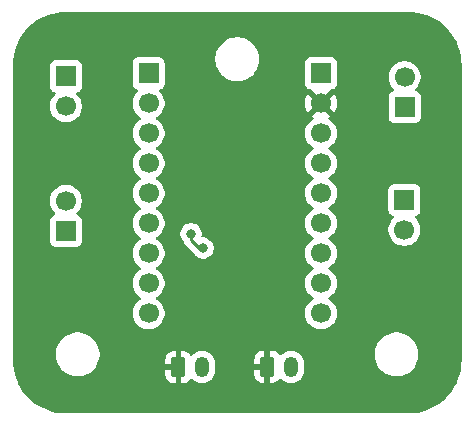
<source format=gbr>
%TF.GenerationSoftware,KiCad,Pcbnew,9.0.4*%
%TF.CreationDate,2025-10-07T14:12:27+03:00*%
%TF.ProjectId,XIaoShield,5849616f-5368-4696-956c-642e6b696361,rev?*%
%TF.SameCoordinates,Original*%
%TF.FileFunction,Copper,L2,Bot*%
%TF.FilePolarity,Positive*%
%FSLAX46Y46*%
G04 Gerber Fmt 4.6, Leading zero omitted, Abs format (unit mm)*
G04 Created by KiCad (PCBNEW 9.0.4) date 2025-10-07 14:12:27*
%MOMM*%
%LPD*%
G01*
G04 APERTURE LIST*
G04 Aperture macros list*
%AMRoundRect*
0 Rectangle with rounded corners*
0 $1 Rounding radius*
0 $2 $3 $4 $5 $6 $7 $8 $9 X,Y pos of 4 corners*
0 Add a 4 corners polygon primitive as box body*
4,1,4,$2,$3,$4,$5,$6,$7,$8,$9,$2,$3,0*
0 Add four circle primitives for the rounded corners*
1,1,$1+$1,$2,$3*
1,1,$1+$1,$4,$5*
1,1,$1+$1,$6,$7*
1,1,$1+$1,$8,$9*
0 Add four rect primitives between the rounded corners*
20,1,$1+$1,$2,$3,$4,$5,0*
20,1,$1+$1,$4,$5,$6,$7,0*
20,1,$1+$1,$6,$7,$8,$9,0*
20,1,$1+$1,$8,$9,$2,$3,0*%
G04 Aperture macros list end*
%TA.AperFunction,ComponentPad*%
%ADD10R,1.700000X1.700000*%
%TD*%
%TA.AperFunction,ComponentPad*%
%ADD11C,1.700000*%
%TD*%
%TA.AperFunction,ComponentPad*%
%ADD12RoundRect,0.250000X-0.350000X-0.625000X0.350000X-0.625000X0.350000X0.625000X-0.350000X0.625000X0*%
%TD*%
%TA.AperFunction,ComponentPad*%
%ADD13O,1.200000X1.750000*%
%TD*%
%TA.AperFunction,ViaPad*%
%ADD14C,0.800000*%
%TD*%
%TA.AperFunction,Conductor*%
%ADD15C,0.250000*%
%TD*%
G04 APERTURE END LIST*
D10*
%TO.P,J6,1,Pin_1*%
%TO.N,VBAT*%
X182660000Y-67920000D03*
D11*
%TO.P,J6,2,Pin_2*%
%TO.N,Net-(D4-A)*%
X182660000Y-70460000D03*
%TD*%
D12*
%TO.P,J7,1,Pin_1*%
%TO.N,GND*%
X163530000Y-82080000D03*
D13*
%TO.P,J7,2,Pin_2*%
%TO.N,VBAT*%
X165530000Y-82080000D03*
%TD*%
D10*
%TO.P,J8,1,Pin_1*%
%TO.N,unconnected-(J8-Pin_1-Pad1)*%
X161000000Y-57200000D03*
D11*
%TO.P,J8,2,Pin_2*%
%TO.N,unconnected-(J8-Pin_2-Pad2)*%
X161000000Y-59740000D03*
%TO.P,J8,3,Pin_3*%
%TO.N,/BAT_V*%
X161000000Y-62280000D03*
%TO.P,J8,4,Pin_4*%
%TO.N,/M2*%
X161000000Y-64820000D03*
%TO.P,J8,5,Pin_5*%
%TO.N,INT_GYR*%
X161000000Y-67360000D03*
%TO.P,J8,6,Pin_6*%
%TO.N,IMU_SDA*%
X161000000Y-69900000D03*
%TO.P,J8,7,Pin_7*%
%TO.N,IMU_SCL*%
X161000000Y-72440000D03*
%TO.P,J8,8,Pin_8*%
%TO.N,/M3*%
X161000000Y-74980000D03*
%TO.P,J8,9,Pin_9*%
%TO.N,unconnected-(J8-Pin_9-Pad9)*%
X161000000Y-77520000D03*
%TD*%
D10*
%TO.P,J5,1,Pin_1*%
%TO.N,unconnected-(J5-Pin_1-Pad1)*%
X175600000Y-57200000D03*
D11*
%TO.P,J5,2,Pin_2*%
%TO.N,GND*%
X175600000Y-59740000D03*
%TO.P,J5,3,Pin_3*%
%TO.N,VCC*%
X175600000Y-62280000D03*
%TO.P,J5,4,Pin_4*%
%TO.N,/M1*%
X175600000Y-64820000D03*
%TO.P,J5,5,Pin_5*%
%TO.N,unconnected-(J5-Pin_5-Pad5)*%
X175600000Y-67360000D03*
%TO.P,J5,6,Pin_6*%
%TO.N,unconnected-(J5-Pin_6-Pad6)*%
X175600000Y-69900000D03*
%TO.P,J5,7,Pin_7*%
%TO.N,unconnected-(J5-Pin_7-Pad7)*%
X175600000Y-72440000D03*
%TO.P,J5,8,Pin_8*%
%TO.N,/M4*%
X175600000Y-74980000D03*
%TO.P,J5,9,Pin_9*%
%TO.N,unconnected-(J5-Pin_9-Pad9)*%
X175600000Y-77520000D03*
%TD*%
D10*
%TO.P,J4,1,Pin_1*%
%TO.N,Net-(D3-A)*%
X154000000Y-70540000D03*
D11*
%TO.P,J4,2,Pin_2*%
%TO.N,VBAT*%
X154000000Y-68000000D03*
%TD*%
D10*
%TO.P,J3,1,Pin_1*%
%TO.N,VBAT*%
X154000000Y-57460000D03*
D11*
%TO.P,J3,2,Pin_2*%
%TO.N,Net-(D2-A)*%
X154000000Y-60000000D03*
%TD*%
D10*
%TO.P,J1,1,Pin_1*%
%TO.N,Net-(D1-A)*%
X182680000Y-60070000D03*
D11*
%TO.P,J1,2,Pin_2*%
%TO.N,VBAT*%
X182680000Y-57530000D03*
%TD*%
D12*
%TO.P,J2,1,Pin_1*%
%TO.N,GND*%
X171060000Y-82060000D03*
D13*
%TO.P,J2,2,Pin_2*%
%TO.N,VBAT*%
X173060000Y-82060000D03*
%TD*%
D14*
%TO.N,GND*%
X179400000Y-66400000D03*
X158600000Y-72800000D03*
X163400000Y-67800000D03*
X166200000Y-63600000D03*
X168200000Y-66300000D03*
X158400000Y-61400000D03*
X169900000Y-73900000D03*
X166367653Y-71057653D03*
X178100000Y-76100000D03*
%TO.N,IMU_SDA*%
X165612653Y-72000000D03*
X164587347Y-70787347D03*
%TD*%
D15*
%TO.N,IMU_SDA*%
X165612653Y-72000000D02*
X165300000Y-72000000D01*
X165300000Y-72000000D02*
X164587347Y-71287347D01*
X164587347Y-71287347D02*
X164587347Y-70787347D01*
%TD*%
%TA.AperFunction,Conductor*%
%TO.N,GND*%
G36*
X183002702Y-52000617D02*
G01*
X183386771Y-52017386D01*
X183397506Y-52018326D01*
X183775971Y-52068152D01*
X183786597Y-52070025D01*
X184159284Y-52152648D01*
X184169710Y-52155442D01*
X184533765Y-52270227D01*
X184543911Y-52273920D01*
X184896578Y-52420000D01*
X184906369Y-52424566D01*
X185244942Y-52600816D01*
X185254310Y-52606224D01*
X185576244Y-52811318D01*
X185585105Y-52817523D01*
X185887930Y-53049889D01*
X185896217Y-53056843D01*
X186177635Y-53314715D01*
X186185284Y-53322364D01*
X186443156Y-53603782D01*
X186450110Y-53612069D01*
X186682476Y-53914894D01*
X186688681Y-53923755D01*
X186893775Y-54245689D01*
X186899183Y-54255057D01*
X187075430Y-54593623D01*
X187080002Y-54603427D01*
X187226075Y-54956078D01*
X187229775Y-54966244D01*
X187344554Y-55330278D01*
X187347354Y-55340727D01*
X187429971Y-55713389D01*
X187431849Y-55724042D01*
X187481671Y-56102473D01*
X187482614Y-56113249D01*
X187499382Y-56497297D01*
X187499500Y-56502706D01*
X187499500Y-81497293D01*
X187499382Y-81502702D01*
X187482614Y-81886750D01*
X187481671Y-81897526D01*
X187431849Y-82275957D01*
X187429971Y-82286610D01*
X187347354Y-82659272D01*
X187344554Y-82669721D01*
X187229775Y-83033755D01*
X187226075Y-83043921D01*
X187080002Y-83396572D01*
X187075430Y-83406376D01*
X186899183Y-83744942D01*
X186893775Y-83754310D01*
X186688681Y-84076244D01*
X186682476Y-84085105D01*
X186450110Y-84387930D01*
X186443156Y-84396217D01*
X186185284Y-84677635D01*
X186177635Y-84685284D01*
X185896217Y-84943156D01*
X185887930Y-84950110D01*
X185585105Y-85182476D01*
X185576244Y-85188681D01*
X185254310Y-85393775D01*
X185244942Y-85399183D01*
X184906376Y-85575430D01*
X184896572Y-85580002D01*
X184543921Y-85726075D01*
X184533755Y-85729775D01*
X184169721Y-85844554D01*
X184159272Y-85847354D01*
X183786610Y-85929971D01*
X183775957Y-85931849D01*
X183397526Y-85981671D01*
X183386750Y-85982614D01*
X183002703Y-85999382D01*
X182997294Y-85999500D01*
X154002706Y-85999500D01*
X153997297Y-85999382D01*
X153613249Y-85982614D01*
X153602473Y-85981671D01*
X153224042Y-85931849D01*
X153213389Y-85929971D01*
X152840727Y-85847354D01*
X152830278Y-85844554D01*
X152466244Y-85729775D01*
X152456078Y-85726075D01*
X152103427Y-85580002D01*
X152093623Y-85575430D01*
X151755057Y-85399183D01*
X151745689Y-85393775D01*
X151423755Y-85188681D01*
X151414894Y-85182476D01*
X151112069Y-84950110D01*
X151103782Y-84943156D01*
X150822364Y-84685284D01*
X150814715Y-84677635D01*
X150556843Y-84396217D01*
X150549889Y-84387930D01*
X150317523Y-84085105D01*
X150311318Y-84076244D01*
X150106224Y-83754310D01*
X150100816Y-83744942D01*
X149973924Y-83501185D01*
X149924566Y-83406369D01*
X149919997Y-83396572D01*
X149902724Y-83354871D01*
X149773920Y-83043911D01*
X149770224Y-83033755D01*
X149655442Y-82669710D01*
X149652648Y-82659284D01*
X149570025Y-82286597D01*
X149568152Y-82275971D01*
X149518326Y-81897506D01*
X149517386Y-81886771D01*
X149500618Y-81502702D01*
X149500500Y-81497293D01*
X149500500Y-80878711D01*
X153149500Y-80878711D01*
X153149500Y-81121288D01*
X153173330Y-81302302D01*
X153181162Y-81361789D01*
X153181367Y-81362555D01*
X153243947Y-81596104D01*
X153332546Y-81810000D01*
X153336776Y-81820212D01*
X153458064Y-82030289D01*
X153458066Y-82030292D01*
X153458067Y-82030293D01*
X153605733Y-82222736D01*
X153605739Y-82222743D01*
X153777256Y-82394260D01*
X153777263Y-82394266D01*
X153890321Y-82481018D01*
X153969711Y-82541936D01*
X154179788Y-82663224D01*
X154353037Y-82734986D01*
X154401321Y-82754986D01*
X154403900Y-82756054D01*
X154638211Y-82818838D01*
X154781462Y-82837697D01*
X154878711Y-82850500D01*
X154878712Y-82850500D01*
X155121289Y-82850500D01*
X155169388Y-82844167D01*
X155361789Y-82818838D01*
X155596100Y-82756054D01*
X155820212Y-82663224D01*
X156030289Y-82541936D01*
X156222738Y-82394265D01*
X156394265Y-82222738D01*
X156541936Y-82030289D01*
X156663224Y-81820212D01*
X156756054Y-81596100D01*
X156807256Y-81405013D01*
X162430000Y-81405013D01*
X162430000Y-81830000D01*
X163249670Y-81830000D01*
X163229925Y-81849745D01*
X163180556Y-81935255D01*
X163155000Y-82030630D01*
X163155000Y-82129370D01*
X163180556Y-82224745D01*
X163229925Y-82310255D01*
X163249670Y-82330000D01*
X162430001Y-82330000D01*
X162430001Y-82754986D01*
X162440494Y-82857697D01*
X162495641Y-83024119D01*
X162495643Y-83024124D01*
X162587684Y-83173345D01*
X162711654Y-83297315D01*
X162860875Y-83389356D01*
X162860880Y-83389358D01*
X163027302Y-83444505D01*
X163027309Y-83444506D01*
X163130019Y-83454999D01*
X163279999Y-83454999D01*
X163280000Y-83454998D01*
X163280000Y-82360330D01*
X163299745Y-82380075D01*
X163385255Y-82429444D01*
X163480630Y-82455000D01*
X163579370Y-82455000D01*
X163674745Y-82429444D01*
X163760255Y-82380075D01*
X163780000Y-82360330D01*
X163780000Y-83454999D01*
X163929972Y-83454999D01*
X163929986Y-83454998D01*
X164032697Y-83444505D01*
X164199119Y-83389358D01*
X164199124Y-83389356D01*
X164348345Y-83297315D01*
X164472315Y-83173345D01*
X164511945Y-83109094D01*
X164563893Y-83062368D01*
X164632855Y-83051145D01*
X164696937Y-83078988D01*
X164705166Y-83086508D01*
X164813072Y-83194414D01*
X164953212Y-83296232D01*
X165107555Y-83374873D01*
X165272299Y-83428402D01*
X165443389Y-83455500D01*
X165443390Y-83455500D01*
X165616610Y-83455500D01*
X165616611Y-83455500D01*
X165787701Y-83428402D01*
X165952445Y-83374873D01*
X166106788Y-83296232D01*
X166246928Y-83194414D01*
X166369414Y-83071928D01*
X166471232Y-82931788D01*
X166549873Y-82777445D01*
X166603402Y-82612701D01*
X166630500Y-82441611D01*
X166630500Y-81718389D01*
X166603402Y-81547299D01*
X166550672Y-81385013D01*
X169960000Y-81385013D01*
X169960000Y-81810000D01*
X170779670Y-81810000D01*
X170759925Y-81829745D01*
X170710556Y-81915255D01*
X170685000Y-82010630D01*
X170685000Y-82109370D01*
X170710556Y-82204745D01*
X170759925Y-82290255D01*
X170779670Y-82310000D01*
X169960001Y-82310000D01*
X169960001Y-82734986D01*
X169970494Y-82837697D01*
X170025641Y-83004119D01*
X170025643Y-83004124D01*
X170117684Y-83153345D01*
X170241654Y-83277315D01*
X170390875Y-83369356D01*
X170390880Y-83369358D01*
X170557302Y-83424505D01*
X170557309Y-83424506D01*
X170660019Y-83434999D01*
X170809999Y-83434999D01*
X170810000Y-83434998D01*
X170810000Y-82340330D01*
X170829745Y-82360075D01*
X170915255Y-82409444D01*
X171010630Y-82435000D01*
X171109370Y-82435000D01*
X171204745Y-82409444D01*
X171290255Y-82360075D01*
X171310000Y-82340330D01*
X171310000Y-83434999D01*
X171459972Y-83434999D01*
X171459986Y-83434998D01*
X171562697Y-83424505D01*
X171729119Y-83369358D01*
X171729124Y-83369356D01*
X171878345Y-83277315D01*
X172002315Y-83153345D01*
X172041945Y-83089094D01*
X172093893Y-83042368D01*
X172162855Y-83031145D01*
X172226937Y-83058988D01*
X172235166Y-83066508D01*
X172343072Y-83174414D01*
X172483212Y-83276232D01*
X172637555Y-83354873D01*
X172802299Y-83408402D01*
X172973389Y-83435500D01*
X172973390Y-83435500D01*
X173146610Y-83435500D01*
X173146611Y-83435500D01*
X173317701Y-83408402D01*
X173482445Y-83354873D01*
X173636788Y-83276232D01*
X173776928Y-83174414D01*
X173899414Y-83051928D01*
X174001232Y-82911788D01*
X174079873Y-82757445D01*
X174133402Y-82592701D01*
X174160500Y-82421611D01*
X174160500Y-81698389D01*
X174133402Y-81527299D01*
X174079873Y-81362555D01*
X174001232Y-81208212D01*
X173899414Y-81068072D01*
X173776928Y-80945586D01*
X173684883Y-80878711D01*
X180149500Y-80878711D01*
X180149500Y-81121288D01*
X180173330Y-81302302D01*
X180181162Y-81361789D01*
X180181367Y-81362555D01*
X180243947Y-81596104D01*
X180332546Y-81810000D01*
X180336776Y-81820212D01*
X180458064Y-82030289D01*
X180458066Y-82030292D01*
X180458067Y-82030293D01*
X180605733Y-82222736D01*
X180605739Y-82222743D01*
X180777256Y-82394260D01*
X180777263Y-82394266D01*
X180890321Y-82481018D01*
X180969711Y-82541936D01*
X181179788Y-82663224D01*
X181353037Y-82734986D01*
X181401321Y-82754986D01*
X181403900Y-82756054D01*
X181638211Y-82818838D01*
X181781462Y-82837697D01*
X181878711Y-82850500D01*
X181878712Y-82850500D01*
X182121289Y-82850500D01*
X182169388Y-82844167D01*
X182361789Y-82818838D01*
X182596100Y-82756054D01*
X182820212Y-82663224D01*
X183030289Y-82541936D01*
X183222738Y-82394265D01*
X183394265Y-82222738D01*
X183541936Y-82030289D01*
X183663224Y-81820212D01*
X183756054Y-81596100D01*
X183818838Y-81361789D01*
X183850500Y-81121288D01*
X183850500Y-80878712D01*
X183818838Y-80638211D01*
X183756054Y-80403900D01*
X183663224Y-80179788D01*
X183541936Y-79969711D01*
X183394265Y-79777262D01*
X183394260Y-79777256D01*
X183222743Y-79605739D01*
X183222736Y-79605733D01*
X183030293Y-79458067D01*
X183030292Y-79458066D01*
X183030289Y-79458064D01*
X182820212Y-79336776D01*
X182820205Y-79336773D01*
X182596104Y-79243947D01*
X182361785Y-79181161D01*
X182121289Y-79149500D01*
X182121288Y-79149500D01*
X181878712Y-79149500D01*
X181878711Y-79149500D01*
X181638214Y-79181161D01*
X181403895Y-79243947D01*
X181179794Y-79336773D01*
X181179785Y-79336777D01*
X180969706Y-79458067D01*
X180777263Y-79605733D01*
X180777256Y-79605739D01*
X180605739Y-79777256D01*
X180605733Y-79777263D01*
X180458067Y-79969706D01*
X180336777Y-80179785D01*
X180336773Y-80179794D01*
X180243947Y-80403895D01*
X180181161Y-80638214D01*
X180149500Y-80878711D01*
X173684883Y-80878711D01*
X173636788Y-80843768D01*
X173482445Y-80765127D01*
X173317701Y-80711598D01*
X173317699Y-80711597D01*
X173317698Y-80711597D01*
X173186271Y-80690781D01*
X173146611Y-80684500D01*
X172973389Y-80684500D01*
X172933728Y-80690781D01*
X172802302Y-80711597D01*
X172637552Y-80765128D01*
X172483211Y-80843768D01*
X172343073Y-80945585D01*
X172235166Y-81053492D01*
X172173843Y-81086976D01*
X172104151Y-81081992D01*
X172048218Y-81040120D01*
X172041946Y-81030906D01*
X172002317Y-80966656D01*
X171878345Y-80842684D01*
X171729124Y-80750643D01*
X171729119Y-80750641D01*
X171562697Y-80695494D01*
X171562690Y-80695493D01*
X171459986Y-80685000D01*
X171310000Y-80685000D01*
X171310000Y-81779670D01*
X171290255Y-81759925D01*
X171204745Y-81710556D01*
X171109370Y-81685000D01*
X171010630Y-81685000D01*
X170915255Y-81710556D01*
X170829745Y-81759925D01*
X170810000Y-81779670D01*
X170810000Y-80685000D01*
X170660027Y-80685000D01*
X170660012Y-80685001D01*
X170557302Y-80695494D01*
X170390880Y-80750641D01*
X170390875Y-80750643D01*
X170241654Y-80842684D01*
X170117684Y-80966654D01*
X170025643Y-81115875D01*
X170025641Y-81115880D01*
X169970494Y-81282302D01*
X169970493Y-81282309D01*
X169960000Y-81385013D01*
X166550672Y-81385013D01*
X166549873Y-81382555D01*
X166471232Y-81228212D01*
X166369414Y-81088072D01*
X166246928Y-80965586D01*
X166106788Y-80863768D01*
X165952445Y-80785127D01*
X165787701Y-80731598D01*
X165787699Y-80731597D01*
X165787698Y-80731597D01*
X165656271Y-80710781D01*
X165616611Y-80704500D01*
X165443389Y-80704500D01*
X165403728Y-80710781D01*
X165272302Y-80731597D01*
X165107552Y-80785128D01*
X164953211Y-80863768D01*
X164813073Y-80965585D01*
X164705166Y-81073492D01*
X164643843Y-81106976D01*
X164574151Y-81101992D01*
X164518218Y-81060120D01*
X164511946Y-81050906D01*
X164472317Y-80986656D01*
X164348345Y-80862684D01*
X164199124Y-80770643D01*
X164199119Y-80770641D01*
X164032697Y-80715494D01*
X164032690Y-80715493D01*
X163929986Y-80705000D01*
X163780000Y-80705000D01*
X163780000Y-81799670D01*
X163760255Y-81779925D01*
X163674745Y-81730556D01*
X163579370Y-81705000D01*
X163480630Y-81705000D01*
X163385255Y-81730556D01*
X163299745Y-81779925D01*
X163280000Y-81799670D01*
X163280000Y-80705000D01*
X163130027Y-80705000D01*
X163130012Y-80705001D01*
X163027302Y-80715494D01*
X162860880Y-80770641D01*
X162860875Y-80770643D01*
X162711654Y-80862684D01*
X162587684Y-80986654D01*
X162495643Y-81135875D01*
X162495641Y-81135880D01*
X162440494Y-81302302D01*
X162440493Y-81302309D01*
X162430000Y-81405013D01*
X156807256Y-81405013D01*
X156818838Y-81361789D01*
X156850500Y-81121288D01*
X156850500Y-80878712D01*
X156818838Y-80638211D01*
X156756054Y-80403900D01*
X156663224Y-80179788D01*
X156541936Y-79969711D01*
X156394265Y-79777262D01*
X156394260Y-79777256D01*
X156222743Y-79605739D01*
X156222736Y-79605733D01*
X156030293Y-79458067D01*
X156030292Y-79458066D01*
X156030289Y-79458064D01*
X155820212Y-79336776D01*
X155820205Y-79336773D01*
X155596104Y-79243947D01*
X155361785Y-79181161D01*
X155121289Y-79149500D01*
X155121288Y-79149500D01*
X154878712Y-79149500D01*
X154878711Y-79149500D01*
X154638214Y-79181161D01*
X154403895Y-79243947D01*
X154179794Y-79336773D01*
X154179785Y-79336777D01*
X153969706Y-79458067D01*
X153777263Y-79605733D01*
X153777256Y-79605739D01*
X153605739Y-79777256D01*
X153605733Y-79777263D01*
X153458067Y-79969706D01*
X153336777Y-80179785D01*
X153336773Y-80179794D01*
X153243947Y-80403895D01*
X153181161Y-80638214D01*
X153149500Y-80878711D01*
X149500500Y-80878711D01*
X149500500Y-67893713D01*
X152649500Y-67893713D01*
X152649500Y-68106286D01*
X152682753Y-68316239D01*
X152748444Y-68518414D01*
X152844951Y-68707820D01*
X152969890Y-68879786D01*
X153083430Y-68993326D01*
X153116915Y-69054649D01*
X153111931Y-69124341D01*
X153070059Y-69180274D01*
X153039083Y-69197189D01*
X152907669Y-69246203D01*
X152907664Y-69246206D01*
X152792455Y-69332452D01*
X152792452Y-69332455D01*
X152706206Y-69447664D01*
X152706202Y-69447671D01*
X152655908Y-69582517D01*
X152649501Y-69642116D01*
X152649501Y-69642123D01*
X152649500Y-69642135D01*
X152649500Y-71437870D01*
X152649501Y-71437876D01*
X152655908Y-71497483D01*
X152706202Y-71632328D01*
X152706206Y-71632335D01*
X152792452Y-71747544D01*
X152792455Y-71747547D01*
X152907664Y-71833793D01*
X152907671Y-71833797D01*
X153042517Y-71884091D01*
X153042516Y-71884091D01*
X153049444Y-71884835D01*
X153102127Y-71890500D01*
X154897872Y-71890499D01*
X154957483Y-71884091D01*
X155092331Y-71833796D01*
X155207546Y-71747546D01*
X155293796Y-71632331D01*
X155344091Y-71497483D01*
X155350500Y-71437873D01*
X155350499Y-69642128D01*
X155344091Y-69582517D01*
X155343232Y-69580215D01*
X155293797Y-69447671D01*
X155293793Y-69447664D01*
X155207547Y-69332455D01*
X155207544Y-69332452D01*
X155092335Y-69246206D01*
X155092328Y-69246202D01*
X154960917Y-69197189D01*
X154904983Y-69155318D01*
X154880566Y-69089853D01*
X154895418Y-69021580D01*
X154916563Y-68993332D01*
X155030104Y-68879792D01*
X155075091Y-68817873D01*
X155155048Y-68707820D01*
X155155047Y-68707820D01*
X155155051Y-68707816D01*
X155251557Y-68518412D01*
X155317246Y-68316243D01*
X155350500Y-68106287D01*
X155350500Y-67893713D01*
X155317246Y-67683757D01*
X155251557Y-67481588D01*
X155155051Y-67292184D01*
X155155049Y-67292181D01*
X155155048Y-67292179D01*
X155030109Y-67120213D01*
X154879786Y-66969890D01*
X154707820Y-66844951D01*
X154518414Y-66748444D01*
X154518413Y-66748443D01*
X154518412Y-66748443D01*
X154316243Y-66682754D01*
X154316241Y-66682753D01*
X154316240Y-66682753D01*
X154154957Y-66657208D01*
X154106287Y-66649500D01*
X153893713Y-66649500D01*
X153845042Y-66657208D01*
X153683760Y-66682753D01*
X153481585Y-66748444D01*
X153292179Y-66844951D01*
X153120213Y-66969890D01*
X152969890Y-67120213D01*
X152844951Y-67292179D01*
X152748444Y-67481585D01*
X152682753Y-67683760D01*
X152649500Y-67893713D01*
X149500500Y-67893713D01*
X149500500Y-56562135D01*
X152649500Y-56562135D01*
X152649500Y-58357870D01*
X152649501Y-58357876D01*
X152655908Y-58417483D01*
X152706202Y-58552328D01*
X152706206Y-58552335D01*
X152792452Y-58667544D01*
X152792455Y-58667547D01*
X152907664Y-58753793D01*
X152907671Y-58753797D01*
X153039082Y-58802810D01*
X153095016Y-58844681D01*
X153119433Y-58910145D01*
X153104582Y-58978418D01*
X153083431Y-59006673D01*
X152969889Y-59120215D01*
X152844951Y-59292179D01*
X152748444Y-59481585D01*
X152682753Y-59683760D01*
X152649500Y-59893713D01*
X152649500Y-60106286D01*
X152673594Y-60258414D01*
X152682754Y-60316243D01*
X152743018Y-60501717D01*
X152748444Y-60518414D01*
X152844951Y-60707820D01*
X152969890Y-60879786D01*
X153120213Y-61030109D01*
X153292179Y-61155048D01*
X153292181Y-61155049D01*
X153292184Y-61155051D01*
X153481588Y-61251557D01*
X153683757Y-61317246D01*
X153893713Y-61350500D01*
X153893714Y-61350500D01*
X154106286Y-61350500D01*
X154106287Y-61350500D01*
X154316243Y-61317246D01*
X154518412Y-61251557D01*
X154707816Y-61155051D01*
X154729789Y-61139086D01*
X154879786Y-61030109D01*
X154879788Y-61030106D01*
X154879792Y-61030104D01*
X155030104Y-60879792D01*
X155030106Y-60879788D01*
X155030109Y-60879786D01*
X155155048Y-60707820D01*
X155155047Y-60707820D01*
X155155051Y-60707816D01*
X155251557Y-60518412D01*
X155317246Y-60316243D01*
X155350500Y-60106287D01*
X155350500Y-59893713D01*
X155317246Y-59683757D01*
X155251557Y-59481588D01*
X155155051Y-59292184D01*
X155155049Y-59292181D01*
X155155048Y-59292179D01*
X155030109Y-59120213D01*
X154916569Y-59006673D01*
X154883084Y-58945350D01*
X154888068Y-58875658D01*
X154929940Y-58819725D01*
X154960915Y-58802810D01*
X155092331Y-58753796D01*
X155207546Y-58667546D01*
X155293796Y-58552331D01*
X155344091Y-58417483D01*
X155350500Y-58357873D01*
X155350499Y-56562128D01*
X155344091Y-56502517D01*
X155343152Y-56500000D01*
X155293797Y-56367671D01*
X155293796Y-56367670D01*
X155293796Y-56367669D01*
X155244737Y-56302135D01*
X159649500Y-56302135D01*
X159649500Y-58097870D01*
X159649501Y-58097876D01*
X159655908Y-58157483D01*
X159706202Y-58292328D01*
X159706206Y-58292335D01*
X159792452Y-58407544D01*
X159792455Y-58407547D01*
X159907664Y-58493793D01*
X159907671Y-58493797D01*
X160039082Y-58542810D01*
X160095016Y-58584681D01*
X160119433Y-58650145D01*
X160104582Y-58718418D01*
X160083431Y-58746673D01*
X159969889Y-58860215D01*
X159844951Y-59032179D01*
X159748444Y-59221585D01*
X159682753Y-59423760D01*
X159649500Y-59633713D01*
X159649500Y-59846286D01*
X159682735Y-60056127D01*
X159682754Y-60056243D01*
X159699014Y-60106287D01*
X159748444Y-60258414D01*
X159844951Y-60447820D01*
X159969890Y-60619786D01*
X160120213Y-60770109D01*
X160292182Y-60895050D01*
X160300946Y-60899516D01*
X160351742Y-60947491D01*
X160368536Y-61015312D01*
X160345998Y-61081447D01*
X160300946Y-61120484D01*
X160292182Y-61124949D01*
X160120213Y-61249890D01*
X159969890Y-61400213D01*
X159844951Y-61572179D01*
X159748444Y-61761585D01*
X159682753Y-61963760D01*
X159649500Y-62173713D01*
X159649500Y-62386286D01*
X159682753Y-62596239D01*
X159748444Y-62798414D01*
X159844951Y-62987820D01*
X159969890Y-63159786D01*
X160120213Y-63310109D01*
X160292182Y-63435050D01*
X160300946Y-63439516D01*
X160351742Y-63487491D01*
X160368536Y-63555312D01*
X160345998Y-63621447D01*
X160300946Y-63660484D01*
X160292182Y-63664949D01*
X160120213Y-63789890D01*
X159969890Y-63940213D01*
X159844951Y-64112179D01*
X159748444Y-64301585D01*
X159682753Y-64503760D01*
X159649500Y-64713713D01*
X159649500Y-64926286D01*
X159682753Y-65136239D01*
X159748444Y-65338414D01*
X159844951Y-65527820D01*
X159969890Y-65699786D01*
X160120213Y-65850109D01*
X160292182Y-65975050D01*
X160300946Y-65979516D01*
X160351742Y-66027491D01*
X160368536Y-66095312D01*
X160345998Y-66161447D01*
X160300946Y-66200484D01*
X160292182Y-66204949D01*
X160120213Y-66329890D01*
X159969890Y-66480213D01*
X159844951Y-66652179D01*
X159748444Y-66841585D01*
X159682753Y-67043760D01*
X159670645Y-67120208D01*
X159649500Y-67253713D01*
X159649500Y-67466287D01*
X159682754Y-67676243D01*
X159685196Y-67683760D01*
X159748444Y-67878414D01*
X159844951Y-68067820D01*
X159969890Y-68239786D01*
X160120213Y-68390109D01*
X160292182Y-68515050D01*
X160300946Y-68519516D01*
X160351742Y-68567491D01*
X160368536Y-68635312D01*
X160345998Y-68701447D01*
X160300946Y-68740484D01*
X160292182Y-68744949D01*
X160120213Y-68869890D01*
X159969890Y-69020213D01*
X159844951Y-69192179D01*
X159748444Y-69381585D01*
X159682753Y-69583760D01*
X159649500Y-69793713D01*
X159649500Y-70006286D01*
X159682289Y-70213312D01*
X159682754Y-70216243D01*
X159729721Y-70360793D01*
X159748444Y-70418414D01*
X159844951Y-70607820D01*
X159969890Y-70779786D01*
X160120213Y-70930109D01*
X160292182Y-71055050D01*
X160300946Y-71059516D01*
X160351742Y-71107491D01*
X160368536Y-71175312D01*
X160345998Y-71241447D01*
X160300946Y-71280484D01*
X160292182Y-71284949D01*
X160120213Y-71409890D01*
X159969890Y-71560213D01*
X159844951Y-71732179D01*
X159748444Y-71921585D01*
X159682753Y-72123760D01*
X159649500Y-72333713D01*
X159649500Y-72546286D01*
X159682753Y-72756239D01*
X159748444Y-72958414D01*
X159844951Y-73147820D01*
X159969890Y-73319786D01*
X160120213Y-73470109D01*
X160292182Y-73595050D01*
X160300946Y-73599516D01*
X160351742Y-73647491D01*
X160368536Y-73715312D01*
X160345998Y-73781447D01*
X160300946Y-73820484D01*
X160292182Y-73824949D01*
X160120213Y-73949890D01*
X159969890Y-74100213D01*
X159844951Y-74272179D01*
X159748444Y-74461585D01*
X159682753Y-74663760D01*
X159649500Y-74873713D01*
X159649500Y-75086286D01*
X159682753Y-75296239D01*
X159748444Y-75498414D01*
X159844951Y-75687820D01*
X159969890Y-75859786D01*
X160120213Y-76010109D01*
X160292182Y-76135050D01*
X160300946Y-76139516D01*
X160351742Y-76187491D01*
X160368536Y-76255312D01*
X160345998Y-76321447D01*
X160300946Y-76360484D01*
X160292182Y-76364949D01*
X160120213Y-76489890D01*
X159969890Y-76640213D01*
X159844951Y-76812179D01*
X159748444Y-77001585D01*
X159682753Y-77203760D01*
X159649500Y-77413713D01*
X159649500Y-77626286D01*
X159682753Y-77836239D01*
X159748444Y-78038414D01*
X159844951Y-78227820D01*
X159969890Y-78399786D01*
X160120213Y-78550109D01*
X160292179Y-78675048D01*
X160292181Y-78675049D01*
X160292184Y-78675051D01*
X160481588Y-78771557D01*
X160683757Y-78837246D01*
X160893713Y-78870500D01*
X160893714Y-78870500D01*
X161106286Y-78870500D01*
X161106287Y-78870500D01*
X161316243Y-78837246D01*
X161518412Y-78771557D01*
X161707816Y-78675051D01*
X161729789Y-78659086D01*
X161879786Y-78550109D01*
X161879788Y-78550106D01*
X161879792Y-78550104D01*
X162030104Y-78399792D01*
X162030106Y-78399788D01*
X162030109Y-78399786D01*
X162155048Y-78227820D01*
X162155047Y-78227820D01*
X162155051Y-78227816D01*
X162251557Y-78038412D01*
X162317246Y-77836243D01*
X162350500Y-77626287D01*
X162350500Y-77413713D01*
X162317246Y-77203757D01*
X162251557Y-77001588D01*
X162155051Y-76812184D01*
X162155049Y-76812181D01*
X162155048Y-76812179D01*
X162030109Y-76640213D01*
X161879786Y-76489890D01*
X161707820Y-76364951D01*
X161707115Y-76364591D01*
X161699054Y-76360485D01*
X161648259Y-76312512D01*
X161631463Y-76244692D01*
X161653999Y-76178556D01*
X161699054Y-76139515D01*
X161707816Y-76135051D01*
X161729789Y-76119086D01*
X161879786Y-76010109D01*
X161879788Y-76010106D01*
X161879792Y-76010104D01*
X162030104Y-75859792D01*
X162030106Y-75859788D01*
X162030109Y-75859786D01*
X162155048Y-75687820D01*
X162155047Y-75687820D01*
X162155051Y-75687816D01*
X162251557Y-75498412D01*
X162317246Y-75296243D01*
X162350500Y-75086287D01*
X162350500Y-74873713D01*
X162317246Y-74663757D01*
X162251557Y-74461588D01*
X162155051Y-74272184D01*
X162155049Y-74272181D01*
X162155048Y-74272179D01*
X162030109Y-74100213D01*
X161879786Y-73949890D01*
X161707820Y-73824951D01*
X161707115Y-73824591D01*
X161699054Y-73820485D01*
X161648259Y-73772512D01*
X161631463Y-73704692D01*
X161653999Y-73638556D01*
X161699054Y-73599515D01*
X161707816Y-73595051D01*
X161729789Y-73579086D01*
X161879786Y-73470109D01*
X161879788Y-73470106D01*
X161879792Y-73470104D01*
X162030104Y-73319792D01*
X162030106Y-73319788D01*
X162030109Y-73319786D01*
X162155048Y-73147820D01*
X162155047Y-73147820D01*
X162155051Y-73147816D01*
X162251557Y-72958412D01*
X162317246Y-72756243D01*
X162350500Y-72546287D01*
X162350500Y-72333713D01*
X162317246Y-72123757D01*
X162251557Y-71921588D01*
X162155051Y-71732184D01*
X162155049Y-71732181D01*
X162155048Y-71732179D01*
X162030109Y-71560213D01*
X161879786Y-71409890D01*
X161707820Y-71284951D01*
X161707115Y-71284591D01*
X161699054Y-71280485D01*
X161648259Y-71232512D01*
X161631463Y-71164692D01*
X161653999Y-71098556D01*
X161699054Y-71059515D01*
X161707816Y-71055051D01*
X161813299Y-70978414D01*
X161879786Y-70930109D01*
X161879788Y-70930106D01*
X161879792Y-70930104D01*
X162030104Y-70779792D01*
X162040092Y-70766043D01*
X162089056Y-70698651D01*
X163686847Y-70698651D01*
X163686847Y-70876042D01*
X163721450Y-71050005D01*
X163721453Y-71050014D01*
X163789330Y-71213887D01*
X163789337Y-71213900D01*
X163887881Y-71361380D01*
X163887882Y-71361381D01*
X163887883Y-71361382D01*
X163961079Y-71434578D01*
X163962897Y-71437105D01*
X163964342Y-71437967D01*
X163971095Y-71448501D01*
X163984405Y-71467004D01*
X163986321Y-71470855D01*
X164033035Y-71583633D01*
X164065575Y-71632331D01*
X164069963Y-71638898D01*
X164069965Y-71638902D01*
X164101485Y-71686075D01*
X164101486Y-71686076D01*
X164101489Y-71686080D01*
X164188614Y-71773205D01*
X164188616Y-71773206D01*
X164195682Y-71780272D01*
X164195681Y-71780272D01*
X164195685Y-71780275D01*
X164777882Y-72362473D01*
X164804761Y-72402700D01*
X164814636Y-72426540D01*
X164814638Y-72426544D01*
X164913188Y-72574034D01*
X164913191Y-72574038D01*
X165038614Y-72699461D01*
X165038618Y-72699464D01*
X165186099Y-72798009D01*
X165186112Y-72798016D01*
X165309016Y-72848923D01*
X165349987Y-72865894D01*
X165349989Y-72865894D01*
X165349994Y-72865896D01*
X165523957Y-72900499D01*
X165523960Y-72900500D01*
X165523962Y-72900500D01*
X165701346Y-72900500D01*
X165701347Y-72900499D01*
X165759335Y-72888964D01*
X165875311Y-72865896D01*
X165875314Y-72865894D01*
X165875319Y-72865894D01*
X166039200Y-72798013D01*
X166186688Y-72699464D01*
X166312117Y-72574035D01*
X166410666Y-72426547D01*
X166478547Y-72262666D01*
X166513153Y-72088691D01*
X166513153Y-71911309D01*
X166513153Y-71911306D01*
X166513152Y-71911304D01*
X166478549Y-71737341D01*
X166478546Y-71737332D01*
X166410669Y-71573459D01*
X166410662Y-71573446D01*
X166312117Y-71425965D01*
X166312114Y-71425961D01*
X166186691Y-71300538D01*
X166186687Y-71300535D01*
X166039206Y-71201990D01*
X166039193Y-71201983D01*
X165875320Y-71134106D01*
X165875311Y-71134103D01*
X165701347Y-71099500D01*
X165701344Y-71099500D01*
X165594492Y-71099500D01*
X165527453Y-71079815D01*
X165481698Y-71027011D01*
X165471754Y-70957853D01*
X165472875Y-70951308D01*
X165487847Y-70876040D01*
X165487847Y-70698653D01*
X165487846Y-70698651D01*
X165453243Y-70524688D01*
X165453240Y-70524679D01*
X165385363Y-70360806D01*
X165385356Y-70360793D01*
X165286811Y-70213312D01*
X165286808Y-70213308D01*
X165161385Y-70087885D01*
X165161381Y-70087882D01*
X165013900Y-69989337D01*
X165013887Y-69989330D01*
X164850014Y-69921453D01*
X164850005Y-69921450D01*
X164676041Y-69886847D01*
X164676038Y-69886847D01*
X164498656Y-69886847D01*
X164498653Y-69886847D01*
X164324688Y-69921450D01*
X164324679Y-69921453D01*
X164160806Y-69989330D01*
X164160793Y-69989337D01*
X164013312Y-70087882D01*
X164013308Y-70087885D01*
X163887885Y-70213308D01*
X163887882Y-70213312D01*
X163789337Y-70360793D01*
X163789330Y-70360806D01*
X163721453Y-70524679D01*
X163721450Y-70524688D01*
X163686847Y-70698651D01*
X162089056Y-70698651D01*
X162146433Y-70619679D01*
X162155048Y-70607820D01*
X162155051Y-70607816D01*
X162251557Y-70418412D01*
X162317246Y-70216243D01*
X162350500Y-70006287D01*
X162350500Y-69793713D01*
X162317246Y-69583757D01*
X162251557Y-69381588D01*
X162155051Y-69192184D01*
X162155049Y-69192181D01*
X162155048Y-69192179D01*
X162030109Y-69020213D01*
X161879786Y-68869890D01*
X161707820Y-68744951D01*
X161707115Y-68744591D01*
X161699054Y-68740485D01*
X161648259Y-68692512D01*
X161631463Y-68624692D01*
X161653999Y-68558556D01*
X161699054Y-68519515D01*
X161707816Y-68515051D01*
X161729789Y-68499086D01*
X161879786Y-68390109D01*
X161879788Y-68390106D01*
X161879792Y-68390104D01*
X162030104Y-68239792D01*
X162030106Y-68239788D01*
X162030109Y-68239786D01*
X162155048Y-68067820D01*
X162155047Y-68067820D01*
X162155051Y-68067816D01*
X162251557Y-67878412D01*
X162317246Y-67676243D01*
X162350500Y-67466287D01*
X162350500Y-67253713D01*
X162317246Y-67043757D01*
X162251557Y-66841588D01*
X162155051Y-66652184D01*
X162155049Y-66652181D01*
X162155048Y-66652179D01*
X162030109Y-66480213D01*
X161879786Y-66329890D01*
X161707820Y-66204951D01*
X161707115Y-66204591D01*
X161699054Y-66200485D01*
X161648259Y-66152512D01*
X161631463Y-66084692D01*
X161653999Y-66018556D01*
X161699054Y-65979515D01*
X161707816Y-65975051D01*
X161729789Y-65959086D01*
X161879786Y-65850109D01*
X161879788Y-65850106D01*
X161879792Y-65850104D01*
X162030104Y-65699792D01*
X162030106Y-65699788D01*
X162030109Y-65699786D01*
X162155048Y-65527820D01*
X162155047Y-65527820D01*
X162155051Y-65527816D01*
X162251557Y-65338412D01*
X162317246Y-65136243D01*
X162350500Y-64926287D01*
X162350500Y-64713713D01*
X162317246Y-64503757D01*
X162251557Y-64301588D01*
X162155051Y-64112184D01*
X162155049Y-64112181D01*
X162155048Y-64112179D01*
X162030109Y-63940213D01*
X161879786Y-63789890D01*
X161707820Y-63664951D01*
X161707115Y-63664591D01*
X161699054Y-63660485D01*
X161648259Y-63612512D01*
X161631463Y-63544692D01*
X161653999Y-63478556D01*
X161699054Y-63439515D01*
X161707816Y-63435051D01*
X161729789Y-63419086D01*
X161879786Y-63310109D01*
X161879788Y-63310106D01*
X161879792Y-63310104D01*
X162030104Y-63159792D01*
X162030106Y-63159788D01*
X162030109Y-63159786D01*
X162155048Y-62987820D01*
X162155047Y-62987820D01*
X162155051Y-62987816D01*
X162251557Y-62798412D01*
X162317246Y-62596243D01*
X162350500Y-62386287D01*
X162350500Y-62173713D01*
X162317246Y-61963757D01*
X162251557Y-61761588D01*
X162155051Y-61572184D01*
X162155049Y-61572181D01*
X162155048Y-61572179D01*
X162030109Y-61400213D01*
X161879786Y-61249890D01*
X161707820Y-61124951D01*
X161707115Y-61124591D01*
X161699054Y-61120485D01*
X161648259Y-61072512D01*
X161631463Y-61004692D01*
X161653999Y-60938556D01*
X161699054Y-60899515D01*
X161707816Y-60895051D01*
X161762572Y-60855269D01*
X161879786Y-60770109D01*
X161879788Y-60770106D01*
X161879792Y-60770104D01*
X162030104Y-60619792D01*
X162030106Y-60619788D01*
X162030109Y-60619786D01*
X162155048Y-60447820D01*
X162155047Y-60447820D01*
X162155051Y-60447816D01*
X162251557Y-60258412D01*
X162317246Y-60056243D01*
X162350500Y-59846287D01*
X162350500Y-59633713D01*
X162317246Y-59423757D01*
X162251557Y-59221588D01*
X162155051Y-59032184D01*
X162155049Y-59032181D01*
X162155048Y-59032179D01*
X162030109Y-58860213D01*
X161916569Y-58746673D01*
X161883084Y-58685350D01*
X161888068Y-58615658D01*
X161929940Y-58559725D01*
X161960915Y-58542810D01*
X162092331Y-58493796D01*
X162207546Y-58407546D01*
X162293796Y-58292331D01*
X162344091Y-58157483D01*
X162350500Y-58097873D01*
X162350499Y-56302128D01*
X162344091Y-56242517D01*
X162320587Y-56179500D01*
X162293797Y-56107671D01*
X162293793Y-56107664D01*
X162207547Y-55992456D01*
X162207548Y-55992456D01*
X162207546Y-55992454D01*
X162182786Y-55973918D01*
X162182785Y-55973917D01*
X162092335Y-55906206D01*
X162092328Y-55906202D01*
X162018620Y-55878711D01*
X166649500Y-55878711D01*
X166649500Y-56121288D01*
X166681161Y-56361785D01*
X166743947Y-56596104D01*
X166836773Y-56820205D01*
X166836777Y-56820214D01*
X166858974Y-56858661D01*
X166958064Y-57030289D01*
X166958066Y-57030292D01*
X166958067Y-57030293D01*
X167105733Y-57222736D01*
X167105739Y-57222743D01*
X167277256Y-57394260D01*
X167277262Y-57394265D01*
X167469711Y-57541936D01*
X167679788Y-57663224D01*
X167903900Y-57756054D01*
X168138211Y-57818838D01*
X168318586Y-57842584D01*
X168378711Y-57850500D01*
X168378712Y-57850500D01*
X168621289Y-57850500D01*
X168669388Y-57844167D01*
X168861789Y-57818838D01*
X169096100Y-57756054D01*
X169320212Y-57663224D01*
X169530289Y-57541936D01*
X169722738Y-57394265D01*
X169894265Y-57222738D01*
X170041936Y-57030289D01*
X170163224Y-56820212D01*
X170256054Y-56596100D01*
X170318838Y-56361789D01*
X170326691Y-56302135D01*
X174249500Y-56302135D01*
X174249500Y-58097870D01*
X174249501Y-58097876D01*
X174255908Y-58157483D01*
X174306202Y-58292328D01*
X174306206Y-58292335D01*
X174392452Y-58407544D01*
X174392455Y-58407547D01*
X174507664Y-58493793D01*
X174507671Y-58493797D01*
X174552618Y-58510561D01*
X174642517Y-58544091D01*
X174702127Y-58550500D01*
X174712685Y-58550499D01*
X174779723Y-58570179D01*
X174800372Y-58586818D01*
X175470591Y-59257037D01*
X175407007Y-59274075D01*
X175292993Y-59339901D01*
X175199901Y-59432993D01*
X175134075Y-59547007D01*
X175117037Y-59610591D01*
X174484728Y-58978282D01*
X174484727Y-58978282D01*
X174445380Y-59032439D01*
X174348904Y-59221782D01*
X174283242Y-59423869D01*
X174283242Y-59423872D01*
X174250000Y-59633753D01*
X174250000Y-59846246D01*
X174283242Y-60056127D01*
X174283242Y-60056130D01*
X174348904Y-60258217D01*
X174445375Y-60447550D01*
X174484728Y-60501716D01*
X175117037Y-59869408D01*
X175134075Y-59932993D01*
X175199901Y-60047007D01*
X175292993Y-60140099D01*
X175407007Y-60205925D01*
X175470590Y-60222962D01*
X174838282Y-60855269D01*
X174838282Y-60855270D01*
X174892452Y-60894626D01*
X174892451Y-60894626D01*
X174901495Y-60899234D01*
X174952292Y-60947208D01*
X174969087Y-61015029D01*
X174946550Y-61081164D01*
X174901499Y-61120202D01*
X174892182Y-61124949D01*
X174720213Y-61249890D01*
X174569890Y-61400213D01*
X174444951Y-61572179D01*
X174348444Y-61761585D01*
X174282753Y-61963760D01*
X174249500Y-62173713D01*
X174249500Y-62386286D01*
X174282753Y-62596239D01*
X174348444Y-62798414D01*
X174444951Y-62987820D01*
X174569890Y-63159786D01*
X174720213Y-63310109D01*
X174892182Y-63435050D01*
X174900946Y-63439516D01*
X174951742Y-63487491D01*
X174968536Y-63555312D01*
X174945998Y-63621447D01*
X174900946Y-63660484D01*
X174892182Y-63664949D01*
X174720213Y-63789890D01*
X174569890Y-63940213D01*
X174444951Y-64112179D01*
X174348444Y-64301585D01*
X174282753Y-64503760D01*
X174249500Y-64713713D01*
X174249500Y-64926286D01*
X174282753Y-65136239D01*
X174348444Y-65338414D01*
X174444951Y-65527820D01*
X174569890Y-65699786D01*
X174720213Y-65850109D01*
X174892182Y-65975050D01*
X174900946Y-65979516D01*
X174951742Y-66027491D01*
X174968536Y-66095312D01*
X174945998Y-66161447D01*
X174900946Y-66200484D01*
X174892182Y-66204949D01*
X174720213Y-66329890D01*
X174569890Y-66480213D01*
X174444951Y-66652179D01*
X174348444Y-66841585D01*
X174282753Y-67043760D01*
X174270645Y-67120208D01*
X174249500Y-67253713D01*
X174249500Y-67466287D01*
X174282754Y-67676243D01*
X174285196Y-67683760D01*
X174348444Y-67878414D01*
X174444951Y-68067820D01*
X174569890Y-68239786D01*
X174720213Y-68390109D01*
X174892182Y-68515050D01*
X174900946Y-68519516D01*
X174951742Y-68567491D01*
X174968536Y-68635312D01*
X174945998Y-68701447D01*
X174900946Y-68740484D01*
X174892182Y-68744949D01*
X174720213Y-68869890D01*
X174569890Y-69020213D01*
X174444951Y-69192179D01*
X174348444Y-69381585D01*
X174282753Y-69583760D01*
X174249500Y-69793713D01*
X174249500Y-70006286D01*
X174282289Y-70213312D01*
X174282754Y-70216243D01*
X174329721Y-70360793D01*
X174348444Y-70418414D01*
X174444951Y-70607820D01*
X174569890Y-70779786D01*
X174720213Y-70930109D01*
X174892182Y-71055050D01*
X174900946Y-71059516D01*
X174951742Y-71107491D01*
X174968536Y-71175312D01*
X174945998Y-71241447D01*
X174900946Y-71280484D01*
X174892182Y-71284949D01*
X174720213Y-71409890D01*
X174569890Y-71560213D01*
X174444951Y-71732179D01*
X174348444Y-71921585D01*
X174282753Y-72123760D01*
X174249500Y-72333713D01*
X174249500Y-72546286D01*
X174282753Y-72756239D01*
X174348444Y-72958414D01*
X174444951Y-73147820D01*
X174569890Y-73319786D01*
X174720213Y-73470109D01*
X174892182Y-73595050D01*
X174900946Y-73599516D01*
X174951742Y-73647491D01*
X174968536Y-73715312D01*
X174945998Y-73781447D01*
X174900946Y-73820484D01*
X174892182Y-73824949D01*
X174720213Y-73949890D01*
X174569890Y-74100213D01*
X174444951Y-74272179D01*
X174348444Y-74461585D01*
X174282753Y-74663760D01*
X174249500Y-74873713D01*
X174249500Y-75086286D01*
X174282753Y-75296239D01*
X174348444Y-75498414D01*
X174444951Y-75687820D01*
X174569890Y-75859786D01*
X174720213Y-76010109D01*
X174892182Y-76135050D01*
X174900946Y-76139516D01*
X174951742Y-76187491D01*
X174968536Y-76255312D01*
X174945998Y-76321447D01*
X174900946Y-76360484D01*
X174892182Y-76364949D01*
X174720213Y-76489890D01*
X174569890Y-76640213D01*
X174444951Y-76812179D01*
X174348444Y-77001585D01*
X174282753Y-77203760D01*
X174249500Y-77413713D01*
X174249500Y-77626286D01*
X174282753Y-77836239D01*
X174348444Y-78038414D01*
X174444951Y-78227820D01*
X174569890Y-78399786D01*
X174720213Y-78550109D01*
X174892179Y-78675048D01*
X174892181Y-78675049D01*
X174892184Y-78675051D01*
X175081588Y-78771557D01*
X175283757Y-78837246D01*
X175493713Y-78870500D01*
X175493714Y-78870500D01*
X175706286Y-78870500D01*
X175706287Y-78870500D01*
X175916243Y-78837246D01*
X176118412Y-78771557D01*
X176307816Y-78675051D01*
X176329789Y-78659086D01*
X176479786Y-78550109D01*
X176479788Y-78550106D01*
X176479792Y-78550104D01*
X176630104Y-78399792D01*
X176630106Y-78399788D01*
X176630109Y-78399786D01*
X176755048Y-78227820D01*
X176755047Y-78227820D01*
X176755051Y-78227816D01*
X176851557Y-78038412D01*
X176917246Y-77836243D01*
X176950500Y-77626287D01*
X176950500Y-77413713D01*
X176917246Y-77203757D01*
X176851557Y-77001588D01*
X176755051Y-76812184D01*
X176755049Y-76812181D01*
X176755048Y-76812179D01*
X176630109Y-76640213D01*
X176479786Y-76489890D01*
X176307820Y-76364951D01*
X176307115Y-76364591D01*
X176299054Y-76360485D01*
X176248259Y-76312512D01*
X176231463Y-76244692D01*
X176253999Y-76178556D01*
X176299054Y-76139515D01*
X176307816Y-76135051D01*
X176329789Y-76119086D01*
X176479786Y-76010109D01*
X176479788Y-76010106D01*
X176479792Y-76010104D01*
X176630104Y-75859792D01*
X176630106Y-75859788D01*
X176630109Y-75859786D01*
X176755048Y-75687820D01*
X176755047Y-75687820D01*
X176755051Y-75687816D01*
X176851557Y-75498412D01*
X176917246Y-75296243D01*
X176950500Y-75086287D01*
X176950500Y-74873713D01*
X176917246Y-74663757D01*
X176851557Y-74461588D01*
X176755051Y-74272184D01*
X176755049Y-74272181D01*
X176755048Y-74272179D01*
X176630109Y-74100213D01*
X176479786Y-73949890D01*
X176307820Y-73824951D01*
X176307115Y-73824591D01*
X176299054Y-73820485D01*
X176248259Y-73772512D01*
X176231463Y-73704692D01*
X176253999Y-73638556D01*
X176299054Y-73599515D01*
X176307816Y-73595051D01*
X176329789Y-73579086D01*
X176479786Y-73470109D01*
X176479788Y-73470106D01*
X176479792Y-73470104D01*
X176630104Y-73319792D01*
X176630106Y-73319788D01*
X176630109Y-73319786D01*
X176755048Y-73147820D01*
X176755047Y-73147820D01*
X176755051Y-73147816D01*
X176851557Y-72958412D01*
X176917246Y-72756243D01*
X176950500Y-72546287D01*
X176950500Y-72333713D01*
X176917246Y-72123757D01*
X176851557Y-71921588D01*
X176755051Y-71732184D01*
X176755049Y-71732181D01*
X176755048Y-71732179D01*
X176630109Y-71560213D01*
X176479786Y-71409890D01*
X176307820Y-71284951D01*
X176307115Y-71284591D01*
X176299054Y-71280485D01*
X176248259Y-71232512D01*
X176231463Y-71164692D01*
X176253999Y-71098556D01*
X176299054Y-71059515D01*
X176307816Y-71055051D01*
X176413299Y-70978414D01*
X176479786Y-70930109D01*
X176479788Y-70930106D01*
X176479792Y-70930104D01*
X176630104Y-70779792D01*
X176630106Y-70779788D01*
X176630109Y-70779786D01*
X176755048Y-70607820D01*
X176755047Y-70607820D01*
X176755051Y-70607816D01*
X176851557Y-70418412D01*
X176917246Y-70216243D01*
X176950500Y-70006287D01*
X176950500Y-69793713D01*
X176917246Y-69583757D01*
X176851557Y-69381588D01*
X176755051Y-69192184D01*
X176755049Y-69192181D01*
X176755048Y-69192179D01*
X176630109Y-69020213D01*
X176479786Y-68869890D01*
X176307820Y-68744951D01*
X176307115Y-68744591D01*
X176299054Y-68740485D01*
X176248259Y-68692512D01*
X176231463Y-68624692D01*
X176253999Y-68558556D01*
X176299054Y-68519515D01*
X176307816Y-68515051D01*
X176329789Y-68499086D01*
X176479786Y-68390109D01*
X176479788Y-68390106D01*
X176479792Y-68390104D01*
X176630104Y-68239792D01*
X176630106Y-68239788D01*
X176630109Y-68239786D01*
X176755048Y-68067820D01*
X176755047Y-68067820D01*
X176755051Y-68067816D01*
X176851557Y-67878412D01*
X176917246Y-67676243D01*
X176950500Y-67466287D01*
X176950500Y-67253713D01*
X176917246Y-67043757D01*
X176910221Y-67022135D01*
X181309500Y-67022135D01*
X181309500Y-68817870D01*
X181309501Y-68817876D01*
X181315908Y-68877483D01*
X181366202Y-69012328D01*
X181366206Y-69012335D01*
X181452452Y-69127544D01*
X181452455Y-69127547D01*
X181567664Y-69213793D01*
X181567671Y-69213797D01*
X181699082Y-69262810D01*
X181755016Y-69304681D01*
X181779433Y-69370145D01*
X181764582Y-69438418D01*
X181743431Y-69466673D01*
X181629889Y-69580215D01*
X181504951Y-69752179D01*
X181408444Y-69941585D01*
X181342753Y-70143760D01*
X181309500Y-70353713D01*
X181309500Y-70566286D01*
X181330464Y-70698651D01*
X181342754Y-70776243D01*
X181399636Y-70951308D01*
X181408444Y-70978414D01*
X181504951Y-71167820D01*
X181629890Y-71339786D01*
X181780213Y-71490109D01*
X181952179Y-71615048D01*
X181952181Y-71615049D01*
X181952184Y-71615051D01*
X182141588Y-71711557D01*
X182343757Y-71777246D01*
X182553713Y-71810500D01*
X182553714Y-71810500D01*
X182766286Y-71810500D01*
X182766287Y-71810500D01*
X182976243Y-71777246D01*
X183178412Y-71711557D01*
X183367816Y-71615051D01*
X183389789Y-71599086D01*
X183539786Y-71490109D01*
X183539788Y-71490106D01*
X183539792Y-71490104D01*
X183690104Y-71339792D01*
X183690106Y-71339788D01*
X183690109Y-71339786D01*
X183815048Y-71167820D01*
X183815047Y-71167820D01*
X183815051Y-71167816D01*
X183911557Y-70978412D01*
X183977246Y-70776243D01*
X184010500Y-70566287D01*
X184010500Y-70353713D01*
X183977246Y-70143757D01*
X183911557Y-69941588D01*
X183815051Y-69752184D01*
X183815049Y-69752181D01*
X183815048Y-69752179D01*
X183690109Y-69580213D01*
X183576569Y-69466673D01*
X183543084Y-69405350D01*
X183548068Y-69335658D01*
X183589940Y-69279725D01*
X183620915Y-69262810D01*
X183752331Y-69213796D01*
X183867546Y-69127546D01*
X183953796Y-69012331D01*
X184004091Y-68877483D01*
X184010500Y-68817873D01*
X184010499Y-67022128D01*
X184004091Y-66962517D01*
X183958987Y-66841588D01*
X183953797Y-66827671D01*
X183953793Y-66827664D01*
X183867547Y-66712455D01*
X183867544Y-66712452D01*
X183752335Y-66626206D01*
X183752328Y-66626202D01*
X183617482Y-66575908D01*
X183617483Y-66575908D01*
X183557883Y-66569501D01*
X183557881Y-66569500D01*
X183557873Y-66569500D01*
X183557864Y-66569500D01*
X181762129Y-66569500D01*
X181762123Y-66569501D01*
X181702516Y-66575908D01*
X181567671Y-66626202D01*
X181567664Y-66626206D01*
X181452455Y-66712452D01*
X181452452Y-66712455D01*
X181366206Y-66827664D01*
X181366202Y-66827671D01*
X181315908Y-66962517D01*
X181309501Y-67022116D01*
X181309501Y-67022123D01*
X181309500Y-67022135D01*
X176910221Y-67022135D01*
X176851557Y-66841588D01*
X176755051Y-66652184D01*
X176755049Y-66652181D01*
X176755048Y-66652179D01*
X176630109Y-66480213D01*
X176479786Y-66329890D01*
X176307820Y-66204951D01*
X176307115Y-66204591D01*
X176299054Y-66200485D01*
X176248259Y-66152512D01*
X176231463Y-66084692D01*
X176253999Y-66018556D01*
X176299054Y-65979515D01*
X176307816Y-65975051D01*
X176329789Y-65959086D01*
X176479786Y-65850109D01*
X176479788Y-65850106D01*
X176479792Y-65850104D01*
X176630104Y-65699792D01*
X176630106Y-65699788D01*
X176630109Y-65699786D01*
X176755048Y-65527820D01*
X176755047Y-65527820D01*
X176755051Y-65527816D01*
X176851557Y-65338412D01*
X176917246Y-65136243D01*
X176950500Y-64926287D01*
X176950500Y-64713713D01*
X176917246Y-64503757D01*
X176851557Y-64301588D01*
X176755051Y-64112184D01*
X176755049Y-64112181D01*
X176755048Y-64112179D01*
X176630109Y-63940213D01*
X176479786Y-63789890D01*
X176307820Y-63664951D01*
X176307115Y-63664591D01*
X176299054Y-63660485D01*
X176248259Y-63612512D01*
X176231463Y-63544692D01*
X176253999Y-63478556D01*
X176299054Y-63439515D01*
X176307816Y-63435051D01*
X176329789Y-63419086D01*
X176479786Y-63310109D01*
X176479788Y-63310106D01*
X176479792Y-63310104D01*
X176630104Y-63159792D01*
X176630106Y-63159788D01*
X176630109Y-63159786D01*
X176755048Y-62987820D01*
X176755047Y-62987820D01*
X176755051Y-62987816D01*
X176851557Y-62798412D01*
X176917246Y-62596243D01*
X176950500Y-62386287D01*
X176950500Y-62173713D01*
X176917246Y-61963757D01*
X176851557Y-61761588D01*
X176755051Y-61572184D01*
X176755049Y-61572181D01*
X176755048Y-61572179D01*
X176630109Y-61400213D01*
X176479786Y-61249890D01*
X176307817Y-61124949D01*
X176298504Y-61120204D01*
X176247707Y-61072230D01*
X176230912Y-61004409D01*
X176253449Y-60938274D01*
X176298507Y-60899232D01*
X176307555Y-60894622D01*
X176361716Y-60855270D01*
X176361717Y-60855270D01*
X175729408Y-60222962D01*
X175792993Y-60205925D01*
X175907007Y-60140099D01*
X176000099Y-60047007D01*
X176065925Y-59932993D01*
X176082962Y-59869409D01*
X176715270Y-60501717D01*
X176715270Y-60501716D01*
X176754622Y-60447554D01*
X176851095Y-60258217D01*
X176916757Y-60056130D01*
X176916757Y-60056127D01*
X176950000Y-59846246D01*
X176950000Y-59633753D01*
X176916757Y-59423872D01*
X176916757Y-59423869D01*
X176851095Y-59221782D01*
X176754624Y-59032449D01*
X176715270Y-58978282D01*
X176715269Y-58978282D01*
X176082962Y-59610590D01*
X176065925Y-59547007D01*
X176000099Y-59432993D01*
X175907007Y-59339901D01*
X175792993Y-59274075D01*
X175729409Y-59257037D01*
X176399627Y-58586818D01*
X176460950Y-58553333D01*
X176487307Y-58550499D01*
X176497872Y-58550499D01*
X176557483Y-58544091D01*
X176692331Y-58493796D01*
X176807546Y-58407546D01*
X176893796Y-58292331D01*
X176944091Y-58157483D01*
X176950500Y-58097873D01*
X176950499Y-57423713D01*
X181329500Y-57423713D01*
X181329500Y-57636287D01*
X181333767Y-57663226D01*
X181362753Y-57846239D01*
X181428444Y-58048414D01*
X181524951Y-58237820D01*
X181649890Y-58409786D01*
X181763430Y-58523326D01*
X181796915Y-58584649D01*
X181791931Y-58654341D01*
X181750059Y-58710274D01*
X181719083Y-58727189D01*
X181587669Y-58776203D01*
X181587664Y-58776206D01*
X181472455Y-58862452D01*
X181472452Y-58862455D01*
X181386206Y-58977664D01*
X181386202Y-58977671D01*
X181335908Y-59112517D01*
X181329501Y-59172116D01*
X181329501Y-59172123D01*
X181329500Y-59172135D01*
X181329500Y-60967870D01*
X181329501Y-60967876D01*
X181335908Y-61027483D01*
X181386202Y-61162328D01*
X181386206Y-61162335D01*
X181472452Y-61277544D01*
X181472455Y-61277547D01*
X181587664Y-61363793D01*
X181587671Y-61363797D01*
X181722517Y-61414091D01*
X181722516Y-61414091D01*
X181729444Y-61414835D01*
X181782127Y-61420500D01*
X183577872Y-61420499D01*
X183637483Y-61414091D01*
X183772331Y-61363796D01*
X183887546Y-61277546D01*
X183973796Y-61162331D01*
X184024091Y-61027483D01*
X184030500Y-60967873D01*
X184030499Y-59172128D01*
X184024091Y-59112517D01*
X183974075Y-58978418D01*
X183973797Y-58977671D01*
X183973793Y-58977664D01*
X183887547Y-58862455D01*
X183887544Y-58862452D01*
X183772335Y-58776206D01*
X183772328Y-58776202D01*
X183640917Y-58727189D01*
X183584983Y-58685318D01*
X183560566Y-58619853D01*
X183575418Y-58551580D01*
X183596563Y-58523332D01*
X183710104Y-58409792D01*
X183835051Y-58237816D01*
X183931557Y-58048412D01*
X183997246Y-57846243D01*
X184030500Y-57636287D01*
X184030500Y-57423713D01*
X183997246Y-57213757D01*
X183931557Y-57011588D01*
X183835051Y-56822184D01*
X183835049Y-56822181D01*
X183835048Y-56822179D01*
X183710109Y-56650213D01*
X183559786Y-56499890D01*
X183387820Y-56374951D01*
X183198414Y-56278444D01*
X183198413Y-56278443D01*
X183198412Y-56278443D01*
X182996243Y-56212754D01*
X182996241Y-56212753D01*
X182996240Y-56212753D01*
X182834957Y-56187208D01*
X182786287Y-56179500D01*
X182573713Y-56179500D01*
X182525042Y-56187208D01*
X182363760Y-56212753D01*
X182161585Y-56278444D01*
X181972179Y-56374951D01*
X181800213Y-56499890D01*
X181649890Y-56650213D01*
X181524951Y-56822179D01*
X181428444Y-57011585D01*
X181362753Y-57213760D01*
X181334165Y-57394260D01*
X181329500Y-57423713D01*
X176950499Y-57423713D01*
X176950499Y-57030293D01*
X176950499Y-56302129D01*
X176950498Y-56302123D01*
X176950497Y-56302116D01*
X176944091Y-56242517D01*
X176920587Y-56179500D01*
X176893797Y-56107671D01*
X176893793Y-56107664D01*
X176807547Y-55992455D01*
X176807544Y-55992452D01*
X176692335Y-55906206D01*
X176692328Y-55906202D01*
X176557482Y-55855908D01*
X176557483Y-55855908D01*
X176497883Y-55849501D01*
X176497881Y-55849500D01*
X176497873Y-55849500D01*
X176497864Y-55849500D01*
X174702129Y-55849500D01*
X174702123Y-55849501D01*
X174642516Y-55855908D01*
X174507671Y-55906202D01*
X174507664Y-55906206D01*
X174392455Y-55992452D01*
X174392452Y-55992455D01*
X174306206Y-56107664D01*
X174306202Y-56107671D01*
X174255908Y-56242517D01*
X174252046Y-56278443D01*
X174249501Y-56302123D01*
X174249500Y-56302135D01*
X170326691Y-56302135D01*
X170350500Y-56121288D01*
X170350500Y-55878712D01*
X170318838Y-55638211D01*
X170256054Y-55403900D01*
X170163224Y-55179788D01*
X170041936Y-54969711D01*
X169894265Y-54777262D01*
X169894260Y-54777256D01*
X169722743Y-54605739D01*
X169722736Y-54605733D01*
X169530293Y-54458067D01*
X169530292Y-54458066D01*
X169530289Y-54458064D01*
X169320212Y-54336776D01*
X169320205Y-54336773D01*
X169096104Y-54243947D01*
X168861785Y-54181161D01*
X168621289Y-54149500D01*
X168621288Y-54149500D01*
X168378712Y-54149500D01*
X168378711Y-54149500D01*
X168138214Y-54181161D01*
X167903895Y-54243947D01*
X167679794Y-54336773D01*
X167679785Y-54336777D01*
X167469706Y-54458067D01*
X167277263Y-54605733D01*
X167277256Y-54605739D01*
X167105739Y-54777256D01*
X167105733Y-54777263D01*
X166958067Y-54969706D01*
X166836777Y-55179785D01*
X166836773Y-55179794D01*
X166743947Y-55403895D01*
X166681161Y-55638214D01*
X166649500Y-55878711D01*
X162018620Y-55878711D01*
X161957482Y-55855908D01*
X161957483Y-55855908D01*
X161897883Y-55849501D01*
X161897881Y-55849500D01*
X161897873Y-55849500D01*
X161897864Y-55849500D01*
X160102129Y-55849500D01*
X160102123Y-55849501D01*
X160042516Y-55855908D01*
X159907671Y-55906202D01*
X159907664Y-55906206D01*
X159792455Y-55992452D01*
X159792452Y-55992455D01*
X159706206Y-56107664D01*
X159706202Y-56107671D01*
X159655908Y-56242517D01*
X159652046Y-56278443D01*
X159649501Y-56302123D01*
X159649500Y-56302135D01*
X155244737Y-56302135D01*
X155207546Y-56252454D01*
X155154514Y-56212754D01*
X155092335Y-56166206D01*
X155092328Y-56166202D01*
X154957482Y-56115908D01*
X154957483Y-56115908D01*
X154897883Y-56109501D01*
X154897881Y-56109500D01*
X154897873Y-56109500D01*
X154897864Y-56109500D01*
X153102129Y-56109500D01*
X153102123Y-56109501D01*
X153042516Y-56115908D01*
X152907671Y-56166202D01*
X152907664Y-56166206D01*
X152792455Y-56252452D01*
X152792452Y-56252455D01*
X152706206Y-56367664D01*
X152706202Y-56367671D01*
X152655908Y-56502517D01*
X152649501Y-56562116D01*
X152649501Y-56562123D01*
X152649500Y-56562135D01*
X149500500Y-56562135D01*
X149500500Y-56502706D01*
X149500618Y-56497297D01*
X149503377Y-56434108D01*
X149517386Y-56113226D01*
X149518326Y-56102495D01*
X149568152Y-55724025D01*
X149570025Y-55713405D01*
X149652649Y-55340709D01*
X149655440Y-55330295D01*
X149770230Y-54966227D01*
X149773917Y-54956095D01*
X149920003Y-54603412D01*
X149924561Y-54593638D01*
X150100822Y-54255045D01*
X150106217Y-54245700D01*
X150311325Y-53923744D01*
X150317515Y-53914905D01*
X150549896Y-53612060D01*
X150556834Y-53603791D01*
X150814726Y-53322352D01*
X150822352Y-53314726D01*
X151103791Y-53056834D01*
X151112060Y-53049896D01*
X151414905Y-52817515D01*
X151423744Y-52811325D01*
X151745700Y-52606217D01*
X151755045Y-52600822D01*
X152093638Y-52424561D01*
X152103412Y-52420003D01*
X152456095Y-52273917D01*
X152466227Y-52270230D01*
X152830295Y-52155440D01*
X152840709Y-52152649D01*
X153213405Y-52070025D01*
X153224025Y-52068152D01*
X153602495Y-52018326D01*
X153613226Y-52017386D01*
X153997297Y-52000617D01*
X154002706Y-52000500D01*
X154065892Y-52000500D01*
X182934108Y-52000500D01*
X182997294Y-52000500D01*
X183002702Y-52000617D01*
G37*
%TD.AperFunction*%
%TD*%
M02*

</source>
